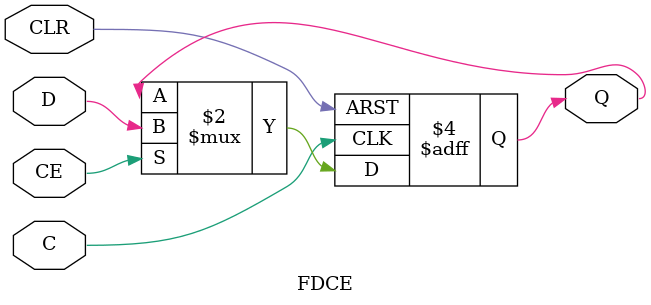
<source format=v>
module FDCE (
    input wire D,
    input wire CE,
    input wire C,
    input wire CLR,
    output reg Q
);

always @(posedge C or posedge CLR) begin
    if (CLR) begin
        Q <= 1'b0;
    end else if (CE) begin
        Q <= D;
    end
end

endmodule

</source>
